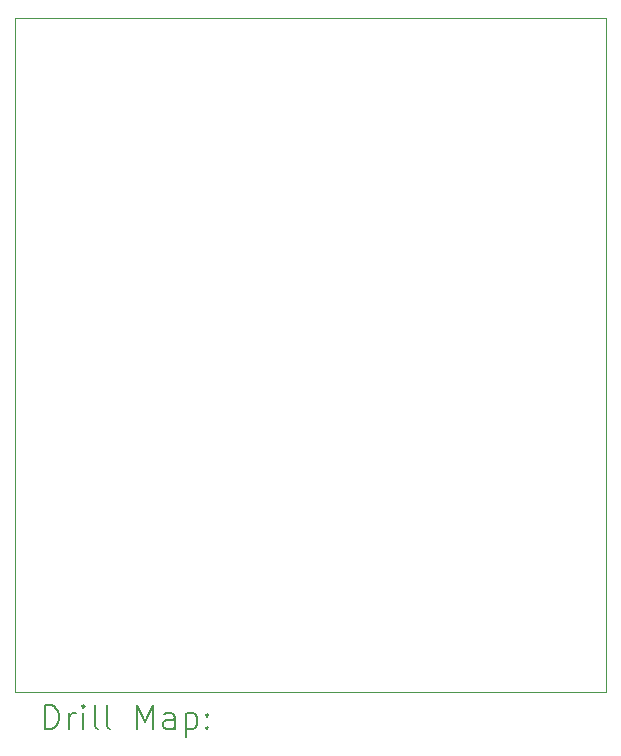
<source format=gbr>
%FSLAX45Y45*%
G04 Gerber Fmt 4.5, Leading zero omitted, Abs format (unit mm)*
G04 Created by KiCad (PCBNEW (6.0.0)) date 2022-07-22 13:12:14*
%MOMM*%
%LPD*%
G01*
G04 APERTURE LIST*
%TA.AperFunction,Profile*%
%ADD10C,0.100000*%
%TD*%
%ADD11C,0.200000*%
G04 APERTURE END LIST*
D10*
X13500000Y-9200000D02*
X18500000Y-9200000D01*
X18500000Y-3500000D02*
X13500000Y-3500000D01*
X13500000Y-3500000D02*
X13500000Y-9200000D01*
X18500000Y-9200000D02*
X18500000Y-3500000D01*
D11*
X13752619Y-9515476D02*
X13752619Y-9315476D01*
X13800238Y-9315476D01*
X13828809Y-9325000D01*
X13847857Y-9344048D01*
X13857381Y-9363095D01*
X13866905Y-9401190D01*
X13866905Y-9429762D01*
X13857381Y-9467857D01*
X13847857Y-9486905D01*
X13828809Y-9505952D01*
X13800238Y-9515476D01*
X13752619Y-9515476D01*
X13952619Y-9515476D02*
X13952619Y-9382143D01*
X13952619Y-9420238D02*
X13962143Y-9401190D01*
X13971667Y-9391667D01*
X13990714Y-9382143D01*
X14009762Y-9382143D01*
X14076428Y-9515476D02*
X14076428Y-9382143D01*
X14076428Y-9315476D02*
X14066905Y-9325000D01*
X14076428Y-9334524D01*
X14085952Y-9325000D01*
X14076428Y-9315476D01*
X14076428Y-9334524D01*
X14200238Y-9515476D02*
X14181190Y-9505952D01*
X14171667Y-9486905D01*
X14171667Y-9315476D01*
X14305000Y-9515476D02*
X14285952Y-9505952D01*
X14276428Y-9486905D01*
X14276428Y-9315476D01*
X14533571Y-9515476D02*
X14533571Y-9315476D01*
X14600238Y-9458333D01*
X14666905Y-9315476D01*
X14666905Y-9515476D01*
X14847857Y-9515476D02*
X14847857Y-9410714D01*
X14838333Y-9391667D01*
X14819286Y-9382143D01*
X14781190Y-9382143D01*
X14762143Y-9391667D01*
X14847857Y-9505952D02*
X14828809Y-9515476D01*
X14781190Y-9515476D01*
X14762143Y-9505952D01*
X14752619Y-9486905D01*
X14752619Y-9467857D01*
X14762143Y-9448810D01*
X14781190Y-9439286D01*
X14828809Y-9439286D01*
X14847857Y-9429762D01*
X14943095Y-9382143D02*
X14943095Y-9582143D01*
X14943095Y-9391667D02*
X14962143Y-9382143D01*
X15000238Y-9382143D01*
X15019286Y-9391667D01*
X15028809Y-9401190D01*
X15038333Y-9420238D01*
X15038333Y-9477381D01*
X15028809Y-9496429D01*
X15019286Y-9505952D01*
X15000238Y-9515476D01*
X14962143Y-9515476D01*
X14943095Y-9505952D01*
X15124048Y-9496429D02*
X15133571Y-9505952D01*
X15124048Y-9515476D01*
X15114524Y-9505952D01*
X15124048Y-9496429D01*
X15124048Y-9515476D01*
X15124048Y-9391667D02*
X15133571Y-9401190D01*
X15124048Y-9410714D01*
X15114524Y-9401190D01*
X15124048Y-9391667D01*
X15124048Y-9410714D01*
M02*

</source>
